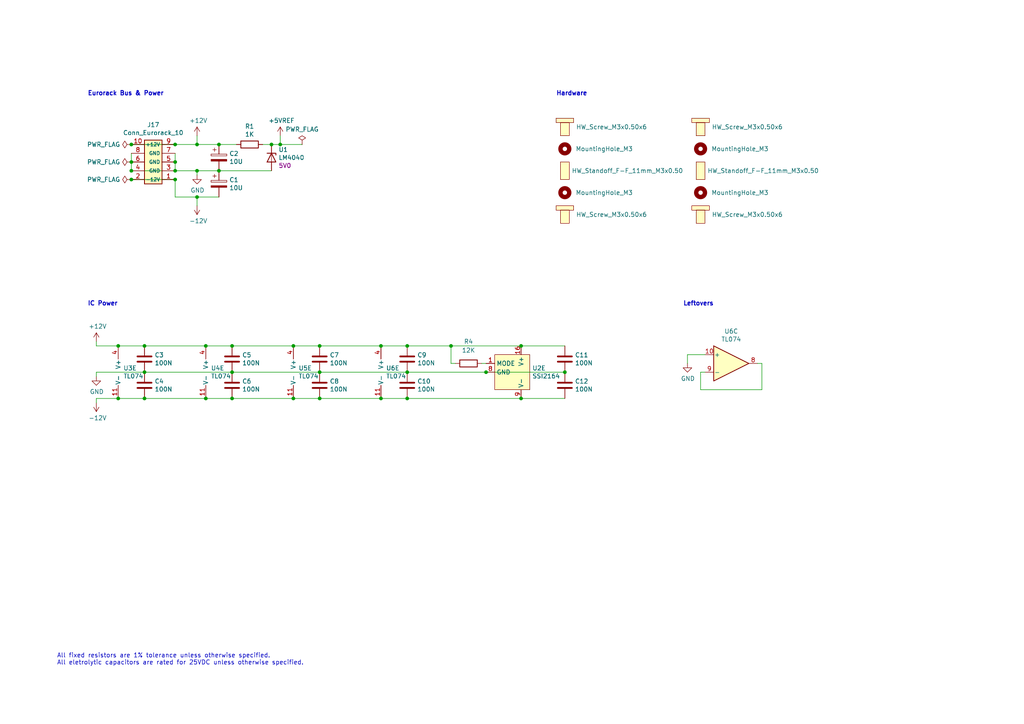
<source format=kicad_sch>
(kicad_sch (version 20211123) (generator eeschema)
  (paper "A4")
  (title_block (title "Power - Eurorack 4XVCA Module") (date "2021-12-24") (rev "1.0") (company "Len Popp") (comment 1 "Copyright © 2021 Len Popp CC BY") (comment 2 "Eurorack quad exponential VCA module - 10HP"))
  (lib_symbols
    (symbol "-lmp-holes:MountingHole_PCB_M3" (pin_names (offset 1.016)) (in_bom no)
      (property "Value" "MountingHole_PCB_M3" (at 0 3.175 0))
      (symbol "MountingHole_PCB_M3_0_1"
        (circle (center 0 0) (radius 1.27) (stroke (width 1.27)))
      )
    )
    (symbol "-lmp-opamp:TL074" (pin_names (offset 0.127))
      (property "Reference" "U" (at 0 5.08 0))
      (property "Value" "TL074" (at 0 -5.08 0))
      (symbol "TL074_1_1"
        (polyline (pts (xy -5.08 5.08) (xy 5.08 0) (xy -5.08 -5.08) (xy -5.08 5.08)) (stroke (width 0.254)) (fill (type background)))
        (pin output line (at 7.62 0 180) (length 2.54) (name "~") (number "1"))
        (pin input line (at -7.62 -2.54 0) (length 2.54) (name "-") (number "2"))
        (pin input line (at -7.62 2.54 0) (length 2.54) (name "+") (number "3"))
      )
      (symbol "TL074_2_1"
        (polyline (pts (xy -5.08 5.08) (xy 5.08 0) (xy -5.08 -5.08) (xy -5.08 5.08)) (stroke (width 0.254)) (fill (type background)))
        (pin input line (at -7.62 2.54 0) (length 2.54) (name "+") (number "5"))
        (pin input line (at -7.62 -2.54 0) (length 2.54) (name "-") (number "6"))
        (pin output line (at 7.62 0 180) (length 2.54) (name "~") (number "7"))
      )
      (symbol "TL074_3_1"
        (polyline (pts (xy -5.08 5.08) (xy 5.08 0) (xy -5.08 -5.08) (xy -5.08 5.08)) (stroke (width 0.254)) (fill (type background)))
        (pin input line (at -7.62 2.54 0) (length 2.54) (name "+") (number "10"))
        (pin output line (at 7.62 0 180) (length 2.54) (name "~") (number "8"))
        (pin input line (at -7.62 -2.54 0) (length 2.54) (name "-") (number "9"))
      )
      (symbol "TL074_4_1"
        (polyline (pts (xy -5.08 5.08) (xy 5.08 0) (xy -5.08 -5.08) (xy -5.08 5.08)) (stroke (width 0.254)) (fill (type background)))
        (pin input line (at -7.62 2.54 0) (length 2.54) (name "+") (number "12"))
        (pin input line (at -7.62 -2.54 0) (length 2.54) (name "-") (number "13"))
        (pin output line (at 7.62 0 180) (length 2.54) (name "~") (number "14"))
      )
      (symbol "TL074_5_1"
        (pin power_in line (at -2.54 -7.62 90) (length 3.81) (name "V-") (number "11"))
        (pin power_in line (at -2.54 7.62 270) (length 3.81) (name "V+") (number "4"))
      )
    )
    (symbol "-lmp-power:+12V" (power) (pin_names (offset 0))
      (property "Value" "+12V" (at 0 3.556 0))
      (symbol "+12V_0_1"
        (polyline (pts (xy -0.762 1.27) (xy 0 2.54)))
        (polyline (pts (xy 0 0) (xy 0 2.54)))
        (polyline (pts (xy 0 2.54) (xy 0.762 1.27)))
      )
      (symbol "+12V_1_1"
        (pin power_in line (at 0 0 90) (length 0) hide (name "+12V") (number "1"))
      )
    )
    (symbol "-lmp-power:+5VREF" (power) (pin_names (offset 0))
      (property "Value" "+5VREF" (at 0 3.556 0))
      (symbol "+5VREF_0_1"
        (polyline (pts (xy -0.762 1.27) (xy 0 2.54)))
        (polyline (pts (xy 0 0) (xy 0 2.54)))
        (polyline (pts (xy 0 2.54) (xy 0.762 1.27)))
      )
      (symbol "+5VREF_1_1"
        (pin power_in line (at 0 0 90) (length 0) hide (name "+5VREF") (number "1"))
      )
    )
    (symbol "-lmp-power:-12V" (power) (pin_names (offset 0))
      (property "Value" "-12V" (at 0 -3.556 0))
      (symbol "-12V_0_1"
        (polyline (pts (xy -0.762 -1.27) (xy 0 -2.54)))
        (polyline (pts (xy 0 -2.54) (xy 0.762 -1.27)))
        (polyline (pts (xy 0 0) (xy 0 -2.54)))
      )
      (symbol "-12V_1_1"
        (pin power_in line (at 0 0 270) (length 0) hide (name "-12V") (number "1"))
      )
    )
    (symbol "-lmp-power:GND" (power) (pin_names (offset 0))
      (property "Value" "GND" (at 0 -3.81 0))
      (symbol "GND_0_1"
        (polyline (pts (xy 0 0) (xy 0 -1.27) (xy 1.27 -1.27) (xy 0 -2.54) (xy -1.27 -1.27) (xy 0 -1.27)))
      )
      (symbol "GND_1_1"
        (pin power_in line (at 0 0 270) (length 0) hide (name "GND") (number "1"))
      )
    )
    (symbol "-lmp-power:PWR_FLAG" (power) (pin_numbers hide) (pin_names (offset 0) hide)
      (property "Value" "PWR_FLAG" (at 0 3.81 0))
      (symbol "PWR_FLAG_0_0"
        (pin power_out line (at 0 0 90) (length 0) (name "pwr") (number "1"))
      )
      (symbol "PWR_FLAG_0_1"
        (polyline (pts (xy 0 0) (xy 0 1.27) (xy -1.016 1.905) (xy 0 2.54) (xy 1.016 1.905) (xy 0 1.27)))
      )
    )
    (symbol "-lmp-regulator:LM4040" (pin_numbers hide) (pin_names (offset 1.016) hide)
      (property "Reference" "U" (at 0 2.54 0))
      (property "Value" "LM4040" (at 0 -2.54 0))
      (property "Value2" "[voltage]" (at 0 -4.572 0))
      (symbol "LM4040_0_1"
        (polyline (pts (xy 1.27 0) (xy -1.27 0)))
        (polyline (pts (xy -1.27 -1.27) (xy -1.27 1.27) (xy -0.762 1.27)) (stroke (width 0.254)))
        (polyline (pts (xy 1.27 -1.27) (xy 1.27 1.27) (xy -1.27 0) (xy 1.27 -1.27)) (stroke (width 0.254)))
      )
      (symbol "LM4040_1_1"
        (pin passive line (at -3.81 0 0) (length 2.54) (name "K") (number "1"))
        (pin passive line (at 3.81 0 180) (length 2.54) (name "A") (number "2"))
      )
    )
    (symbol "-lmp-synth:CP_10U" (pin_numbers hide) (pin_names (offset 0.254))
      (property "Reference" "C" (at 0.635 2.54 0))
      (property "Value" "CP_10U" (at 0.635 -2.54 0))
      (symbol "CP_10U_0_1"
        (rectangle (start -2.286 0.508) (end 2.286 1.016))
        (polyline (pts (xy -1.778 2.286) (xy -0.762 2.286)))
        (polyline (pts (xy -1.27 2.794) (xy -1.27 1.778)))
        (rectangle (start 2.286 -0.508) (end -2.286 -1.016) (fill (type outline)))
      )
      (symbol "CP_10U_1_1"
        (pin passive line (at 0 3.81 270) (length 2.794) (name "~") (number "1"))
        (pin passive line (at 0 -3.81 90) (length 2.794) (name "~") (number "2"))
      )
    )
    (symbol "-lmp-synth:Conn_Eurorack_Pwr_10"
      (property "Reference" "J" (at 1.27 7.62 0))
      (property "Value" "Conn_Eurorack_Pwr_10" (at 1.27 -7.62 0))
      (symbol "Conn_Eurorack_Pwr_10_1_1"
        (rectangle (start 3.81 -6.35) (end -1.27 6.35) (stroke (width 0.254)) (fill (type background)))
        (pin power_in line (at 7.62 -5.08 180) (length 3.81) (name "-12V") (number "1"))
        (pin power_in line (at -5.08 5.08 0) (length 3.81) (name "~") (number "10"))
        (pin power_in line (at -5.08 -5.08 0) (length 3.81) (name "~") (number "2"))
        (pin power_in line (at 7.62 -2.54 180) (length 3.81) (name "GND") (number "3"))
        (pin power_in line (at -5.08 -2.54 0) (length 3.81) (name "~") (number "4"))
        (pin power_in line (at 7.62 0 180) (length 3.81) (name "GND") (number "5"))
        (pin power_in line (at -5.08 0 0) (length 3.81) (name "~") (number "6"))
        (pin power_in line (at 7.62 2.54 180) (length 3.81) (name "GND") (number "7"))
        (pin power_in line (at -5.08 2.54 0) (length 3.81) (name "~") (number "8"))
        (pin power_in line (at 7.62 5.08 180) (length 3.81) (name "+12V") (number "9"))
      )
    )
    (symbol "-lmp-synth:HW_Screw_M3x0.50x6" (pin_names (offset 1.016)) (on_board no)
      (property "Value" "HW_Screw_M3x0.50x6" (at 0 -5.08 0))
      (symbol "HW_Screw_M3x0.50x6_0_1"
        (rectangle (start -2.54 1.27) (end 2.54 2.54) (fill (type background)))
        (rectangle (start -1.27 1.27) (end 1.27 -2.54) (fill (type background)))
      )
    )
    (symbol "-lmp-synth:HW_Standoff_F-F_11mm_M3x0.50" (pin_names (offset 1.016)) (on_board no)
      (property "Value" "HW_Standoff_F-F_11mm_M3x0.50" (at 0 -3.81 0))
      (symbol "HW_Standoff_F-F_11mm_M3x0.50_0_1"
        (rectangle (start -1.27 2.54) (end 1.27 -2.54) (fill (type background)))
      )
    )
    (symbol "-lmp-synth:SSI2164"
      (property "Reference" "U" (at 5.08 3.81 0))
      (property "Value" "SSI2164" (at 5.08 1.905 0))
      (symbol "SSI2164_1_1"
        (polyline (pts (xy -5.08 5.08) (xy -1.27 -5.08)) (stroke (width 0.254)))
        (polyline (pts (xy -1.27 5.08) (xy -5.08 -5.08)) (stroke (width 0.254)))
        (polyline (pts (xy 0 3.81) (xy 0 3.81)))
        (polyline (pts (xy -1.27 5.08) (xy -5.08 5.08) (xy -5.08 -5.08) (xy -1.27 -5.08)) (stroke (width 0.254)) (fill (type background)))
        (polyline (pts (xy -1.27 5.08) (xy 7.62 0) (xy -1.27 -5.08) (xy -1.27 5.08)) (stroke (width 0.254)) (fill (type background)))
        (pin input line (at -7.62 0 0) (length 2.54) (name "IN1") (number "2"))
        (pin input line (at 0 -7.62 90) (length 3.302) (name "VC1") (number "3"))
        (pin output line (at 10.16 0 180) (length 2.54) (name "OUT1") (number "4"))
      )
      (symbol "SSI2164_2_1"
        (polyline (pts (xy -5.08 5.08) (xy -1.27 -5.08)) (stroke (width 0.254)))
        (polyline (pts (xy -1.27 5.08) (xy -5.08 -5.08)) (stroke (width 0.254)))
        (polyline (pts (xy -1.27 5.08) (xy -5.08 5.08) (xy -5.08 -5.08) (xy -1.27 -5.08)) (stroke (width 0.254)) (fill (type background)))
        (polyline (pts (xy -1.27 5.08) (xy 7.62 0) (xy -1.27 -5.08) (xy -1.27 5.08)) (stroke (width 0.254)) (fill (type background)))
        (pin output line (at 10.16 0 180) (length 2.54) (name "OUT2") (number "5"))
        (pin input line (at 0 -7.62 90) (length 3.302) (name "VC2") (number "6"))
        (pin input line (at -7.62 0 0) (length 2.54) (name "IN2") (number "7"))
      )
      (symbol "SSI2164_3_1"
        (polyline (pts (xy -5.08 5.08) (xy -1.27 -5.08)) (stroke (width 0.254)))
        (polyline (pts (xy -1.27 5.08) (xy -5.08 -5.08)) (stroke (width 0.254)))
        (polyline (pts (xy -1.27 5.08) (xy -5.08 5.08) (xy -5.08 -5.08) (xy -1.27 -5.08)) (stroke (width 0.254)) (fill (type background)))
        (polyline (pts (xy -1.27 5.08) (xy 7.62 0) (xy -1.27 -5.08) (xy -1.27 5.08)) (stroke (width 0.254)) (fill (type background)))
        (pin input line (at -7.62 0 0) (length 2.54) (name "IN3") (number "10"))
        (pin input line (at 0 -7.62 90) (length 3.302) (name "VC3") (number "11"))
        (pin output line (at 10.16 0 180) (length 2.54) (name "OUT3") (number "12"))
      )
      (symbol "SSI2164_4_1"
        (polyline (pts (xy -5.08 5.08) (xy -1.27 -5.08)) (stroke (width 0.254)))
        (polyline (pts (xy -1.27 5.08) (xy -5.08 -5.08)) (stroke (width 0.254)))
        (polyline (pts (xy -1.27 5.08) (xy -5.08 5.08) (xy -5.08 -5.08) (xy -1.27 -5.08)) (stroke (width 0.254)) (fill (type background)))
        (polyline (pts (xy -1.27 5.08) (xy 7.62 0) (xy -1.27 -5.08) (xy -1.27 5.08)) (stroke (width 0.254)) (fill (type background)))
        (pin output line (at 10.16 0 180) (length 2.54) (name "OUT4") (number "13"))
        (pin input line (at 0 -7.62 90) (length 3.302) (name "VC4") (number "14"))
        (pin input line (at -7.62 0 0) (length 2.54) (name "IN4") (number "15"))
      )
      (symbol "SSI2164_5_1"
        (polyline (pts (xy -5.08 5.08) (xy 5.08 5.08) (xy 5.08 -5.08) (xy -5.08 -5.08) (xy -5.08 5.08)) (fill (type background)))
        (pin input line (at -7.62 2.54 0) (length 2.54) (name "MODE") (number "1"))
        (pin power_in line (at 2.54 7.62 270) (length 2.54) (name "V+") (number "16"))
        (pin power_in line (at -7.62 0 0) (length 2.54) (name "GND") (number "8"))
        (pin power_in line (at 2.54 -7.62 90) (length 2.54) (name "V-") (number "9"))
      )
    )
    (symbol "-lmp:CC_100N" (pin_numbers hide) (pin_names (offset 0.254))
      (property "Reference" "C" (at 0.635 2.54 0))
      (property "Value" "CC_100N" (at 0.635 -2.54 0))
      (symbol "CC_100N_0_1"
        (polyline (pts (xy -2.032 -0.762) (xy 2.032 -0.762)) (stroke (width 0.508)))
        (polyline (pts (xy -2.032 0.762) (xy 2.032 0.762)) (stroke (width 0.508)))
      )
      (symbol "CC_100N_1_1"
        (pin passive line (at 0 3.81 270) (length 2.794) (name "~") (number "1"))
        (pin passive line (at 0 -3.81 90) (length 2.794) (name "~") (number "2"))
      )
    )
    (symbol "-lmp:R_1%_0W166" (pin_numbers hide) (pin_names (offset 0))
      (property "Reference" "R" (at -2.286 0 90))
      (property "Value" "R_1%_0W166" (at 2.413 0 90))
      (symbol "R_1%_0W166_0_1"
        (rectangle (start -1.016 -2.54) (end 1.016 2.54) (stroke (width 0.254)))
      )
      (symbol "R_1%_0W166_1_1"
        (pin passive line (at 0 3.81 270) (length 1.27) (name "~") (number "1"))
        (pin passive line (at 0 -3.81 90) (length 1.27) (name "~") (number "2"))
      )
    )
  )
  (junction (at 38.1 46.99))
  (junction (at 34.29 115.57))
  (junction (at 81.28 41.91))
  (junction (at 151.13 115.57))
  (junction (at 38.1 41.91))
  (junction (at 57.15 49.53))
  (junction (at 118.11 100.33))
  (junction (at 38.1 52.07))
  (junction (at 59.69 100.33))
  (junction (at 63.5 49.53))
  (junction (at 50.8 46.99))
  (junction (at 67.31 100.33))
  (junction (at 38.1 49.53))
  (junction (at 140.97 107.95))
  (junction (at 151.13 100.33))
  (junction (at 78.74 41.91))
  (junction (at 118.11 115.57))
  (junction (at 67.31 107.95))
  (junction (at 57.15 57.15))
  (junction (at 41.91 107.95))
  (junction (at 59.69 115.57))
  (junction (at 92.71 100.33))
  (junction (at 41.91 100.33))
  (junction (at 85.09 115.57))
  (junction (at 63.5 41.91))
  (junction (at 118.11 107.95))
  (junction (at 163.83 107.95))
  (junction (at 34.29 100.33))
  (junction (at 67.31 115.57))
  (junction (at 110.49 100.33))
  (junction (at 130.81 100.33))
  (junction (at 50.8 41.91))
  (junction (at 92.71 115.57))
  (junction (at 41.91 115.57))
  (junction (at 85.09 100.33))
  (junction (at 110.49 115.57))
  (junction (at 50.8 49.53))
  (junction (at 92.71 107.95))
  (junction (at 57.15 41.91))
  (junction (at 50.8 52.07))
  (wire (pts (xy 38.1 49.53) (xy 50.8 49.53)))
  (wire (pts (xy 41.91 115.57) (xy 59.69 115.57)))
  (wire (pts (xy 57.15 41.91) (xy 57.15 39.37)))
  (wire (pts (xy 199.39 102.87) (xy 204.47 102.87)))
  (wire (pts (xy 110.49 115.57) (xy 118.11 115.57)))
  (wire (pts (xy 57.15 59.69) (xy 57.15 57.15)))
  (wire (pts (xy 78.74 41.91) (xy 81.28 41.91)))
  (wire (pts (xy 63.5 49.53) (xy 78.74 49.53)))
  (wire (pts (xy 41.91 100.33) (xy 59.69 100.33)))
  (wire (pts (xy 57.15 49.53) (xy 50.8 49.53)))
  (wire (pts (xy 34.29 115.57) (xy 27.94 115.57)))
  (wire (pts (xy 130.81 105.41) (xy 130.81 100.33)))
  (wire (pts (xy 85.09 115.57) (xy 92.71 115.57)))
  (wire (pts (xy 27.94 100.33) (xy 27.94 99.06)))
  (wire (pts (xy 38.1 52.07) (xy 50.8 52.07)))
  (wire (pts (xy 132.08 105.41) (xy 130.81 105.41)))
  (wire (pts (xy 203.2 113.03) (xy 203.2 107.95)))
  (wire (pts (xy 85.09 100.33) (xy 92.71 100.33)))
  (wire (pts (xy 92.71 100.33) (xy 110.49 100.33)))
  (wire (pts (xy 140.97 107.95) (xy 163.83 107.95)))
  (wire (pts (xy 199.39 105.41) (xy 199.39 102.87)))
  (wire (pts (xy 50.8 57.15) (xy 57.15 57.15)))
  (wire (pts (xy 139.7 105.41) (xy 140.97 105.41)))
  (wire (pts (xy 27.94 107.95) (xy 41.91 107.95)))
  (wire (pts (xy 27.94 100.33) (xy 34.29 100.33)))
  (wire (pts (xy 59.69 100.33) (xy 67.31 100.33)))
  (wire (pts (xy 57.15 57.15) (xy 63.5 57.15)))
  (wire (pts (xy 110.49 100.33) (xy 118.11 100.33)))
  (wire (pts (xy 57.15 49.53) (xy 63.5 49.53)))
  (wire (pts (xy 76.2 41.91) (xy 78.74 41.91)))
  (wire (pts (xy 38.1 44.45) (xy 38.1 46.99)))
  (wire (pts (xy 118.11 100.33) (xy 130.81 100.33)))
  (wire (pts (xy 41.91 107.95) (xy 67.31 107.95)))
  (wire (pts (xy 81.28 39.37) (xy 81.28 41.91)))
  (wire (pts (xy 57.15 41.91) (xy 63.5 41.91)))
  (wire (pts (xy 92.71 107.95) (xy 118.11 107.95)))
  (wire (pts (xy 92.71 107.95) (xy 67.31 107.95)))
  (wire (pts (xy 118.11 115.57) (xy 151.13 115.57)))
  (wire (pts (xy 38.1 46.99) (xy 38.1 49.53)))
  (wire (pts (xy 27.94 107.95) (xy 27.94 109.22)))
  (wire (pts (xy 220.98 113.03) (xy 203.2 113.03)))
  (wire (pts (xy 220.98 105.41) (xy 220.98 113.03)))
  (wire (pts (xy 67.31 115.57) (xy 85.09 115.57)))
  (wire (pts (xy 118.11 107.95) (xy 140.97 107.95)))
  (wire (pts (xy 151.13 100.33) (xy 163.83 100.33)))
  (wire (pts (xy 67.31 100.33) (xy 85.09 100.33)))
  (wire (pts (xy 57.15 49.53) (xy 57.15 50.8)))
  (wire (pts (xy 57.15 41.91) (xy 50.8 41.91)))
  (wire (pts (xy 50.8 46.99) (xy 50.8 49.53)))
  (wire (pts (xy 130.81 100.33) (xy 151.13 100.33)))
  (wire (pts (xy 50.8 44.45) (xy 50.8 46.99)))
  (wire (pts (xy 50.8 52.07) (xy 50.8 57.15)))
  (wire (pts (xy 81.28 41.91) (xy 87.63 41.91)))
  (wire (pts (xy 59.69 115.57) (xy 67.31 115.57)))
  (wire (pts (xy 34.29 100.33) (xy 41.91 100.33)))
  (wire (pts (xy 34.29 115.57) (xy 41.91 115.57)))
  (wire (pts (xy 151.13 115.57) (xy 163.83 115.57)))
  (wire (pts (xy 219.71 105.41) (xy 220.98 105.41)))
  (wire (pts (xy 203.2 107.95) (xy 204.47 107.95)))
  (wire (pts (xy 50.8 41.91) (xy 38.1 41.91)))
  (wire (pts (xy 92.71 115.57) (xy 110.49 115.57)))
  (wire (pts (xy 63.5 41.91) (xy 68.58 41.91)))
  (wire (pts (xy 27.94 116.84) (xy 27.94 115.57)))
  (text "IC Power" (at 25.4 88.9 0) (effects (font (size 1.27 1.27) (thickness 0.254) bold) (justify left bottom)))
  (text "Leftovers" (at 198.12 88.9 0) (effects (font (size 1.27 1.27) (thickness 0.254) bold) (justify left bottom)))
  (text "Eurorack Bus & Power" (at 25.4 27.94 0) (effects (font (size 1.27 1.27) (thickness 0.254) bold) (justify left bottom)))
  (text "All fixed resistors are 1% tolerance unless otherwise specified.\nAll eletrolytic capacitors are rated for 25VDC unless otherwise specified." (at 16.51 193.04 0) (effects (font (size 1.27 1.27)) (justify left bottom)))
  (text "Hardware" (at 161.29 27.94 0) (effects (font (size 1.27 1.27) (thickness 0.254) bold) (justify left bottom)))
  (symbol (lib_id "-lmp-synth:Conn_Eurorack_Pwr_10") (at 43.18 46.99 0) (unit 1)
    (property "Reference" "J17" (at 44.45 36.195 0))
    (property "Value" "Conn_Eurorack_10" (at 44.45 38.5064 0))
    (property "Footprint" "-lmp-synth:IDC-Header-Eurorack-10-TH" (effects hide))
    (property "Datasheet" "https://www.mouser.ca/datasheet/2/445/61201021621-1717731.pdf" (effects hide))
    (property "Manufacturer" "Wurth Elektronik" (effects hide))
    (property "ManufacturerPartNum" "61201021621" (effects hide))
    (property "Distributor" "Mouser" (effects hide))
    (property "DistributorPartNum" "710-61201021621" (effects hide))
    (property "DistributorPartLink" "https://www.mouser.ca/ProductDetail/Wurth-Elektronik/61201021621?qs=%2Fha2pyFadugkhyfdWLPRIwz9kroMfF%252BXZWEETFcVSqiQRaqHzEC2RQ%3D%3D" (effects hide))
  )
  (symbol (lib_id "-lmp-power:-12V") (at 57.15 59.69 0) (unit 1)
    (property "Reference" "#PWR0121" (effects hide))
    (property "Value" "-12V" (at 57.531 64.0842 0))
  )
  (symbol (lib_id "-lmp-holes:MountingHole_PCB_M3") (at 163.83 43.18 0) (unit 1) (in_bom no)
    (property "Reference" "H2" (effects hide))
    (property "Value" "MountingHole_M3" (at 175.26 43.18 0))
    (property "Footprint" "-lmp-holes:MountingHole_PCB_3.2mm_M3" (effects hide))
  )
  (symbol (lib_id "-lmp-power:+5VREF") (at 81.28 39.37 0) (unit 1)
    (property "Reference" "#PWR03" (effects hide))
    (property "Value" "+5VREF" (at 81.661 34.9758 0))
  )
  (symbol (lib_id "-lmp-power:+12V") (at 27.94 99.06 0) (unit 1)
    (property "Reference" "#PWR0106" (effects hide))
    (property "Value" "+12V" (at 28.321 94.6658 0))
  )
  (symbol (lib_id "-lmp-power:PWR_FLAG") (at 38.1 46.99 90) (unit 1)
    (property "Reference" "#FLG0110" (effects hide))
    (property "Value" "PWR_FLAG" (at 34.8742 46.99 90) (effects (justify left)))
  )
  (symbol (lib_id "-lmp-power:PWR_FLAG") (at 38.1 52.07 90) (unit 1)
    (property "Reference" "#FLG0109" (effects hide))
    (property "Value" "PWR_FLAG" (at 34.8742 52.07 90) (effects (justify left)))
  )
  (symbol (lib_id "-lmp-synth:CP_10U") (at 63.5 45.72 0) (unit 1)
    (property "Reference" "C2" (at 66.4972 44.5516 0) (effects (justify left)))
    (property "Value" "10U" (at 66.4972 46.863 0) (effects (justify left)))
    (property "Footprint" "-lmp-misc:CP_Radial_D5.0mm_P2.50mm" (effects hide))
    (property "Datasheet" "https://industrial.panasonic.com/cdbs/www-data/pdf/RDF0000/ABA0000C1209.pdf" (effects hide))
    (property "Manufacturer" "Panasonic" (effects hide))
    (property "ManufacturerPartNum" "EEA-FC1E100" (effects hide))
    (property "Distributor" "Mouser" (effects hide))
    (property "DistributorPartNum" "667-EEA-FC1E100" (effects hide))
    (property "DistributorPartLink" "https://www.mouser.ca/ProductDetail/Panasonic/EEA-FC1E100?qs=nLJruSqDb94EJwiFQJd4iw%3D%3D" (effects hide))
    (property "Value2" "25 VDC" (effects hide))
    (property "Note" "12 V decoupling" (effects hide))
  )
  (symbol (lib_id "-lmp-synth:CP_10U") (at 63.5 53.34 0) (unit 1)
    (property "Reference" "C1" (at 66.4972 52.1716 0) (effects (justify left)))
    (property "Value" "10U" (at 66.4972 54.483 0) (effects (justify left)))
    (property "Footprint" "-lmp-misc:CP_Radial_D5.0mm_P2.50mm" (effects hide))
    (property "Datasheet" "https://industrial.panasonic.com/cdbs/www-data/pdf/RDF0000/ABA0000C1209.pdf" (effects hide))
    (property "Manufacturer" "Panasonic" (effects hide))
    (property "ManufacturerPartNum" "EEA-FC1E100" (effects hide))
    (property "Distributor" "Mouser" (effects hide))
    (property "DistributorPartNum" "667-EEA-FC1E100" (effects hide))
    (property "DistributorPartLink" "https://www.mouser.ca/ProductDetail/Panasonic/EEA-FC1E100?qs=nLJruSqDb94EJwiFQJd4iw%3D%3D" (effects hide))
    (property "Note" "12 V decoupling" (effects hide))
    (property "Value2" "25 VDC" (effects hide))
  )
  (symbol (lib_id "-lmp-power:GND") (at 57.15 50.8 0) (unit 1)
    (property "Reference" "#PWR0120" (effects hide))
    (property "Value" "GND" (at 57.277 55.1942 0))
  )
  (symbol (lib_id "-lmp-power:+12V") (at 57.15 39.37 0) (unit 1)
    (property "Reference" "#PWR0119" (effects hide))
    (property "Value" "+12V" (at 57.531 34.9758 0))
  )
  (symbol (lib_id "-lmp-power:PWR_FLAG") (at 38.1 41.91 90) (unit 1)
    (property "Reference" "#FLG01" (effects hide))
    (property "Value" "PWR_FLAG" (at 34.8742 41.91 90) (effects (justify left)))
  )
  (symbol (lib_id "-lmp-holes:MountingHole_PCB_M3") (at 163.83 55.88 0) (unit 1) (in_bom no)
    (property "Reference" "H4" (effects hide))
    (property "Value" "MountingHole_M3" (at 175.26 55.88 0))
    (property "Footprint" "-lmp-holes:MountingHole_PCB_3.2mm_M3" (effects hide))
  )
  (symbol (lib_id "-lmp-synth:SSI2164") (at 148.59 107.95 0) (unit 5)
    (property "Reference" "U2" (at 154.3812 106.7816 0) (effects (justify left)))
    (property "Value" "SSI2164" (at 154.3812 109.093 0) (effects (justify left)))
    (property "Footprint" "-lmp-breakout:Breakout_DIP-16_W15.24mm" (effects hide))
    (property "Datasheet" "http://soundsemiconductor.com/downloads/ssi2164datasheet.pdf" (effects hide))
    (property "Manufacturer" "Sound Semiconductor" (effects hide))
    (property "ManufacturerPartNum" "SSI2164" (effects hide))
    (property "Distributor" "Synthcube" (effects hide))
    (property "DistributorPartNum" "ICNSSI2164SMT" (effects hide))
    (property "DistributorPartLink" "https://synthcube.com/cart/sound-semiconductor-ssi2164-fatkeys-quad-voltage-controlled-amplifier?search=ssi2164&description=true" (effects hide))
    (property "Distributor2" "Antique Electronic Supply" (effects hide))
    (property "DistributorPartNum2" "P-Q-SSI2164" (effects hide))
    (property "DistributorPartLink2" "https://www.tubesandmore.com/products/integrated-circuit-ssi2164-quad-vca-sound-semiconductor" (effects hide))
  )
  (symbol (lib_id "-lmp:R_1%_0W166") (at 135.89 105.41 270) (unit 1)
    (property "Reference" "R4" (at 135.89 99.06 90))
    (property "Value" "12K" (at 135.89 101.6 90))
    (property "Footprint" "-lmp-misc:R_Axial_DIN0207_L6.3mm_D2.5mm_P7.62mm_Horizontal" (effects hide))
    (property "Datasheet" "https://www.mouser.ca/datasheet/2/447/Yageo_LR_MFR_1-1714151.pdf" (effects hide))
    (property "Manufacturer" "YAGEO" (effects hide))
    (property "ManufacturerPartNum" "MFR-12FTF52-12K" (effects hide))
    (property "Distributor" "Mouser" (effects hide))
    (property "DistributorPartNum" "603-MFR-12FTF52-12K" (effects hide))
    (property "DistributorPartLink" "https://www.mouser.ca/ProductDetail/603-MFR-12FTF52-12K" (effects hide))
    (property "Value2" "1%, 1/6 W" (effects hide))
  )
  (symbol (lib_id "-lmp:CC_100N") (at 41.91 104.14 0) (unit 1)
    (property "Reference" "C3" (at 44.831 102.9716 0) (effects (justify left)))
    (property "Value" "100N" (at 44.831 105.283 0) (effects (justify left)))
    (property "Footprint" "-lmp-misc:C_Disc_D5.0mm_W2.5mm_P2.50mm" (effects hide))
    (property "Datasheet" "https://product.tdk.com/system/files/dam/doc/product/capacitor/ceramic/lead-mlcc/catalog/leadmlcc_halogenfree_fg_en.pdf" (effects hide))
    (property "Manufacturer" "TDK" (effects hide))
    (property "ManufacturerPartNum" "FG18X7R1H104KNT06" (effects hide))
    (property "Distributor" "Mouser" (effects hide))
    (property "DistributorPartNum" "810-FG18X7R1H104KNT6" (effects hide))
    (property "DistributorPartLink" "https://www.mouser.ca/ProductDetail/810-FG18X7R1H104KNT6" (effects hide))
    (property "Note" "IC decoupling" (effects hide))
  )
  (symbol (lib_id "-lmp:CC_100N") (at 41.91 111.76 0) (unit 1)
    (property "Reference" "C4" (at 44.831 110.5916 0) (effects (justify left)))
    (property "Value" "100N" (at 44.831 112.903 0) (effects (justify left)))
    (property "Footprint" "-lmp-misc:C_Disc_D5.0mm_W2.5mm_P2.50mm" (effects hide))
    (property "Datasheet" "https://product.tdk.com/system/files/dam/doc/product/capacitor/ceramic/lead-mlcc/catalog/leadmlcc_halogenfree_fg_en.pdf" (effects hide))
    (property "Manufacturer" "TDK" (effects hide))
    (property "ManufacturerPartNum" "FG18X7R1H104KNT06" (effects hide))
    (property "Distributor" "Mouser" (effects hide))
    (property "DistributorPartNum" "810-FG18X7R1H104KNT6" (effects hide))
    (property "DistributorPartLink" "https://www.mouser.ca/ProductDetail/810-FG18X7R1H104KNT6" (effects hide))
    (property "Note" "IC decoupling" (effects hide))
  )
  (symbol (lib_id "-lmp-power:-12V") (at 27.94 116.84 0) (unit 1)
    (property "Reference" "#PWR0103" (effects hide))
    (property "Value" "-12V" (at 28.321 121.2342 0))
  )
  (symbol (lib_id "-lmp-power:GND") (at 27.94 109.22 0) (unit 1)
    (property "Reference" "#PWR0104" (effects hide))
    (property "Value" "GND" (at 28.067 113.6142 0))
  )
  (symbol (lib_id "-lmp-opamp:TL074") (at 36.83 107.95 0) (unit 5)
    (property "Reference" "U3" (at 35.7632 106.7816 0) (effects (justify left)))
    (property "Value" "TL074" (at 35.7632 109.093 0) (effects (justify left)))
    (property "Footprint" "-lmp-misc:DIP-14_W7.62mm_LongPads" (effects hide))
    (property "Datasheet" "http://www.ti.com/lit/ds/symlink/tl071.pdf" (effects hide))
    (property "Manufacturer" "Texas Instruments" (effects hide))
    (property "ManufacturerPartNum" "TL074BCN" (effects hide))
    (property "Distributor" "Mouser" (effects hide))
    (property "DistributorPartNum" "595-TL074BCN" (effects hide))
    (property "DistributorPartLink" "https://www.mouser.ca/ProductDetail/?qs=vxEfx8VrU7BHurOY5iQdiA%3D%3D" (effects hide))
  )
  (symbol (lib_id "-lmp:CC_100N") (at 67.31 104.14 0) (unit 1)
    (property "Reference" "C5" (at 70.231 102.9716 0) (effects (justify left)))
    (property "Value" "100N" (at 70.231 105.283 0) (effects (justify left)))
    (property "Footprint" "-lmp-misc:C_Disc_D5.0mm_W2.5mm_P2.50mm" (effects hide))
    (property "Datasheet" "https://product.tdk.com/system/files/dam/doc/product/capacitor/ceramic/lead-mlcc/catalog/leadmlcc_halogenfree_fg_en.pdf" (effects hide))
    (property "Manufacturer" "TDK" (effects hide))
    (property "ManufacturerPartNum" "FG18X7R1H104KNT06" (effects hide))
    (property "Distributor" "Mouser" (effects hide))
    (property "DistributorPartNum" "810-FG18X7R1H104KNT6" (effects hide))
    (property "DistributorPartLink" "https://www.mouser.ca/ProductDetail/810-FG18X7R1H104KNT6" (effects hide))
    (property "Note" "IC decoupling" (effects hide))
  )
  (symbol (lib_id "-lmp:CC_100N") (at 67.31 111.76 0) (unit 1)
    (property "Reference" "C6" (at 70.231 110.5916 0) (effects (justify left)))
    (property "Value" "100N" (at 70.231 112.903 0) (effects (justify left)))
    (property "Footprint" "-lmp-misc:C_Disc_D5.0mm_W2.5mm_P2.50mm" (effects hide))
    (property "Datasheet" "https://product.tdk.com/system/files/dam/doc/product/capacitor/ceramic/lead-mlcc/catalog/leadmlcc_halogenfree_fg_en.pdf" (effects hide))
    (property "Manufacturer" "TDK" (effects hide))
    (property "ManufacturerPartNum" "FG18X7R1H104KNT06" (effects hide))
    (property "Distributor" "Mouser" (effects hide))
    (property "DistributorPartNum" "810-FG18X7R1H104KNT6" (effects hide))
    (property "DistributorPartLink" "https://www.mouser.ca/ProductDetail/810-FG18X7R1H104KNT6" (effects hide))
    (property "Note" "IC decoupling" (effects hide))
  )
  (symbol (lib_id "-lmp-opamp:TL074") (at 62.23 107.95 0) (unit 5)
    (property "Reference" "U4" (at 61.1632 106.7816 0) (effects (justify left)))
    (property "Value" "TL074" (at 61.1632 109.093 0) (effects (justify left)))
    (property "Footprint" "-lmp-misc:DIP-14_W7.62mm_LongPads" (effects hide))
    (property "Datasheet" "http://www.ti.com/lit/ds/symlink/tl071.pdf" (effects hide))
    (property "Manufacturer" "Texas Instruments" (effects hide))
    (property "ManufacturerPartNum" "TL074BCN" (effects hide))
    (property "Distributor" "Mouser" (effects hide))
    (property "DistributorPartNum" "595-TL074BCN" (effects hide))
    (property "DistributorPartLink" "https://www.mouser.ca/ProductDetail/?qs=vxEfx8VrU7BHurOY5iQdiA%3D%3D" (effects hide))
  )
  (symbol (lib_id "-lmp:CC_100N") (at 92.71 104.14 0) (unit 1)
    (property "Reference" "C7" (at 95.631 102.9716 0) (effects (justify left)))
    (property "Value" "100N" (at 95.631 105.283 0) (effects (justify left)))
    (property "Footprint" "-lmp-misc:C_Disc_D5.0mm_W2.5mm_P2.50mm" (effects hide))
    (property "Datasheet" "https://product.tdk.com/system/files/dam/doc/product/capacitor/ceramic/lead-mlcc/catalog/leadmlcc_halogenfree_fg_en.pdf" (effects hide))
    (property "Manufacturer" "TDK" (effects hide))
    (property "ManufacturerPartNum" "FG18X7R1H104KNT06" (effects hide))
    (property "Distributor" "Mouser" (effects hide))
    (property "DistributorPartNum" "810-FG18X7R1H104KNT6" (effects hide))
    (property "DistributorPartLink" "https://www.mouser.ca/ProductDetail/810-FG18X7R1H104KNT6" (effects hide))
    (property "Note" "IC decoupling" (effects hide))
  )
  (symbol (lib_id "-lmp:CC_100N") (at 92.71 111.76 0) (unit 1)
    (property "Reference" "C8" (at 95.631 110.5916 0) (effects (justify left)))
    (property "Value" "100N" (at 95.631 112.903 0) (effects (justify left)))
    (property "Footprint" "-lmp-misc:C_Disc_D5.0mm_W2.5mm_P2.50mm" (effects hide))
    (property "Datasheet" "https://product.tdk.com/system/files/dam/doc/product/capacitor/ceramic/lead-mlcc/catalog/leadmlcc_halogenfree_fg_en.pdf" (effects hide))
    (property "Manufacturer" "TDK" (effects hide))
    (property "ManufacturerPartNum" "FG18X7R1H104KNT06" (effects hide))
    (property "Distributor" "Mouser" (effects hide))
    (property "DistributorPartNum" "810-FG18X7R1H104KNT6" (effects hide))
    (property "DistributorPartLink" "https://www.mouser.ca/ProductDetail/810-FG18X7R1H104KNT6" (effects hide))
    (property "Note" "IC decoupling" (effects hide))
  )
  (symbol (lib_id "-lmp:R_1%_0W166") (at 72.39 41.91 270) (unit 1)
    (property "Reference" "R1" (at 72.39 36.6522 90))
    (property "Value" "1K" (at 72.39 38.9636 90))
    (property "Footprint" "-lmp-misc:R_Axial_DIN0207_L6.3mm_D2.5mm_P7.62mm_Horizontal" (effects hide))
    (property "Datasheet" "https://www.mouser.ca/datasheet/2/447/Yageo_LR_MFR_1-1714151.pdf" (effects hide))
    (property "Manufacturer" "YAGEO" (effects hide))
    (property "ManufacturerPartNum" "MFR-12*" (effects hide))
    (property "Distributor" "Mouser" (effects hide))
    (property "DistributorPartNum" "603-MFR-12*" (effects hide))
    (property "DistributorPartLink" "https://www.mouser.ca/c/?m=YAGEO&power+rating=166+mW+(1%2f6+W)&tolerance=1+%25&instock=y" (effects hide))
    (property "Value2" "1%, 1/6 W" (effects hide))
  )
  (symbol (lib_id "-lmp-regulator:LM4040") (at 78.74 45.72 270) (unit 1)
    (property "Reference" "U1" (at 80.772 43.4086 90) (effects (justify left)))
    (property "Value" "LM4040" (at 80.772 45.72 90) (effects (justify left)))
    (property "Footprint" "-lmp-misc:TO-92-2_Wide" (effects hide))
    (property "Datasheet" "https://www.ti.com/lit/ds/symlink/lm4040-n.pdf?ts=1622551591255" (effects hide))
    (property "Value2" "5V0" (at 80.772 48.0314 90) (effects (justify left)))
    (property "Manufacturer" "Texas Instruments" (effects hide))
    (property "ManufacturerPartNum" "LM4040BIZ-5.0/NOPB" (effects hide))
    (property "Distributor" "Mouser" (effects hide))
    (property "DistributorPartLink" "https://www.mouser.ca/ProductDetail/Texas-Instruments/LM4040BIZ-50-NOPB?qs=QbsRYf82W3GLY9MRUWoCeQ%3D%3D" (effects hide))
    (property "DistributorPartNum" "926-LM4040BIZ50NOPB" (effects hide))
  )
  (symbol (lib_id "-lmp-opamp:TL074") (at 87.63 107.95 0) (unit 5)
    (property "Reference" "U5" (at 86.5632 106.7816 0) (effects (justify left)))
    (property "Value" "TL074" (at 86.5632 109.093 0) (effects (justify left)))
    (property "Footprint" "-lmp-misc:DIP-14_W7.62mm_LongPads" (effects hide))
    (property "Datasheet" "http://www.ti.com/lit/ds/symlink/tl071.pdf" (effects hide))
    (property "Manufacturer" "Texas Instruments" (effects hide))
    (property "ManufacturerPartNum" "TL074BCN" (effects hide))
    (property "Distributor" "Mouser" (effects hide))
    (property "DistributorPartNum" "595-TL074BCN" (effects hide))
    (property "DistributorPartLink" "https://www.mouser.ca/ProductDetail/?qs=vxEfx8VrU7BHurOY5iQdiA%3D%3D" (effects hide))
  )
  (symbol (lib_id "-lmp:CC_100N") (at 118.11 104.14 0) (unit 1)
    (property "Reference" "C9" (at 121.031 102.9716 0) (effects (justify left)))
    (property "Value" "100N" (at 121.031 105.283 0) (effects (justify left)))
    (property "Footprint" "-lmp-misc:C_Disc_D5.0mm_W2.5mm_P2.50mm" (effects hide))
    (property "Datasheet" "https://product.tdk.com/system/files/dam/doc/product/capacitor/ceramic/lead-mlcc/catalog/leadmlcc_halogenfree_fg_en.pdf" (effects hide))
    (property "Manufacturer" "TDK" (effects hide))
    (property "ManufacturerPartNum" "FG18X7R1H104KNT06" (effects hide))
    (property "Distributor" "Mouser" (effects hide))
    (property "DistributorPartNum" "810-FG18X7R1H104KNT6" (effects hide))
    (property "DistributorPartLink" "https://www.mouser.ca/ProductDetail/810-FG18X7R1H104KNT6" (effects hide))
    (property "Note" "IC decoupling" (effects hide))
  )
  (symbol (lib_id "-lmp:CC_100N") (at 118.11 111.76 0) (unit 1)
    (property "Reference" "C10" (at 121.031 110.5916 0) (effects (justify left)))
    (property "Value" "100N" (at 121.031 112.903 0) (effects (justify left)))
    (property "Footprint" "-lmp-misc:C_Disc_D5.0mm_W2.5mm_P2.50mm" (effects hide))
    (property "Datasheet" "https://product.tdk.com/system/files/dam/doc/product/capacitor/ceramic/lead-mlcc/catalog/leadmlcc_halogenfree_fg_en.pdf" (effects hide))
    (property "Manufacturer" "TDK" (effects hide))
    (property "ManufacturerPartNum" "FG18X7R1H104KNT06" (effects hide))
    (property "Distributor" "Mouser" (effects hide))
    (property "DistributorPartNum" "810-FG18X7R1H104KNT6" (effects hide))
    (property "DistributorPartLink" "https://www.mouser.ca/ProductDetail/810-FG18X7R1H104KNT6" (effects hide))
    (property "Note" "IC decoupling" (effects hide))
  )
  (symbol (lib_id "-lmp:CC_100N") (at 163.83 111.76 0) (unit 1)
    (property "Reference" "C12" (at 166.751 110.5916 0) (effects (justify left)))
    (property "Value" "100N" (at 166.751 112.903 0) (effects (justify left)))
    (property "Footprint" "-lmp-misc:C_Disc_D5.0mm_W2.5mm_P2.50mm" (effects hide))
    (property "Datasheet" "https://product.tdk.com/system/files/dam/doc/product/capacitor/ceramic/lead-mlcc/catalog/leadmlcc_halogenfree_fg_en.pdf" (effects hide))
    (property "Manufacturer" "TDK" (effects hide))
    (property "ManufacturerPartNum" "FG18X7R1H104KNT06" (effects hide))
    (property "Distributor" "Mouser" (effects hide))
    (property "DistributorPartNum" "810-FG18X7R1H104KNT6" (effects hide))
    (property "DistributorPartLink" "https://www.mouser.ca/ProductDetail/810-FG18X7R1H104KNT6" (effects hide))
    (property "Note" "IC decoupling" (effects hide))
  )
  (symbol (lib_id "-lmp-synth:HW_Standoff_F-F_11mm_M3x0.50") (at 163.83 49.53 0) (unit 1) (on_board no)
    (property "Reference" "H3" (effects hide))
    (property "Value" "HW_Standoff_F-F_11mm_M3x0.50" (at 165.8112 49.53 0) (effects (justify left)))
    (property "Datasheet" "https://www.thonk.co.uk/wp-content/uploads/2018/05/standoff-datasheet.pdf" (effects hide))
    (property "Distributor" "Thonk" (effects hide))
    (property "DistributorPartNum" "Mech_11mm_Standoff_(x10)" (effects hide))
    (property "DistributorPartLink" "https://www.thonk.co.uk/shop/standoffs/" (effects hide))
    (property "Manufacturer" "Ettinger" (effects hide))
    (property "ManufacturerPartNum" "05.03.111" (effects hide))
    (property "Distributor2" "Mouser" (effects hide))
    (property "DistributorPartNum2" "710-970110321" (effects hide))
    (property "DistributorPartLink2" "https://www.mouser.ca/ProductDetail/Wurth-Elektronik/970110321?qs=wr8lucFkNMUs0IWSCWTB3w%3D%3D" (effects hide))
  )
  (symbol (lib_id "-lmp-holes:MountingHole_PCB_M3") (at 203.2 43.18 0) (unit 1) (in_bom no)
    (property "Reference" "H7" (effects hide))
    (property "Value" "MountingHole_M3" (at 214.63 43.18 0))
    (property "Footprint" "-lmp-holes:MountingHole_PCB_3.2mm_M3" (effects hide))
  )
  (symbol (lib_id "-lmp-holes:MountingHole_PCB_M3") (at 203.2 55.88 0) (unit 1) (in_bom no)
    (property "Reference" "H9" (effects hide))
    (property "Value" "MountingHole_M3" (at 214.63 55.88 0))
    (property "Footprint" "-lmp-holes:MountingHole_PCB_3.2mm_M3" (effects hide))
  )
  (symbol (lib_id "-lmp-synth:HW_Screw_M3x0.50x6") (at 203.2 36.83 0) (unit 1) (on_board no)
    (property "Reference" "H6" (effects hide))
    (property "Value" "HW_Screw_M3x0.50x6" (at 206.4512 36.83 0) (effects (justify left)))
  )
  (symbol (lib_id "-lmp-synth:HW_Screw_M3x0.50x6") (at 203.2 62.23 0) (unit 1) (on_board no)
    (property "Reference" "H10" (effects hide))
    (property "Value" "HW_Screw_M3x0.50x6" (at 206.4512 62.23 0) (effects (justify left)))
  )
  (symbol (lib_id "-lmp-synth:HW_Screw_M3x0.50x6") (at 163.83 36.83 0) (unit 1) (on_board no)
    (property "Reference" "H1" (effects hide))
    (property "Value" "HW_Screw_M3x0.50x6" (at 167.0812 36.83 0) (effects (justify left)))
  )
  (symbol (lib_id "-lmp-synth:HW_Screw_M3x0.50x6") (at 163.83 62.23 0) (unit 1) (on_board no)
    (property "Reference" "H5" (effects hide))
    (property "Value" "HW_Screw_M3x0.50x6" (at 167.0812 62.23 0) (effects (justify left)))
  )
  (symbol (lib_id "-lmp-opamp:TL074") (at 212.09 105.41 0) (unit 3)
    (property "Reference" "U6" (at 212.09 96.0882 0))
    (property "Value" "TL074" (at 212.09 98.3996 0))
    (property "Footprint" "-lmp-misc:DIP-14_W7.62mm_LongPads" (effects hide))
    (property "Datasheet" "http://www.ti.com/lit/ds/symlink/tl071.pdf" (effects hide))
    (property "Manufacturer" "Texas Instruments" (effects hide))
    (property "ManufacturerPartNum" "TL074BCN" (effects hide))
    (property "Distributor" "Mouser" (effects hide))
    (property "DistributorPartNum" "595-TL074BCN" (effects hide))
    (property "DistributorPartLink" "https://www.mouser.ca/ProductDetail/?qs=vxEfx8VrU7BHurOY5iQdiA%3D%3D" (effects hide))
  )
  (symbol (lib_id "-lmp-power:GND") (at 199.39 105.41 0) (unit 1)
    (property "Reference" "#PWR019" (effects hide))
    (property "Value" "GND" (at 199.517 109.8042 0))
  )
  (symbol (lib_id "-lmp-power:PWR_FLAG") (at 87.63 41.91 0) (unit 1)
    (property "Reference" "#FLG0101" (effects hide))
    (property "Value" "PWR_FLAG" (at 87.63 37.5158 0))
  )
  (symbol (lib_id "-lmp-opamp:TL074") (at 113.03 107.95 0) (unit 5)
    (property "Reference" "U6" (at 111.9632 106.7816 0) (effects (justify left)))
    (property "Value" "TL074" (at 111.9632 109.093 0) (effects (justify left)))
    (property "Footprint" "-lmp-misc:DIP-14_W7.62mm_LongPads" (effects hide))
    (property "Datasheet" "http://www.ti.com/lit/ds/symlink/tl071.pdf" (effects hide))
    (property "Manufacturer" "Texas Instruments" (effects hide))
    (property "ManufacturerPartNum" "TL074BCN" (effects hide))
    (property "Distributor" "Mouser" (effects hide))
    (property "DistributorPartNum" "595-TL074BCN" (effects hide))
    (property "DistributorPartLink" "https://www.mouser.ca/ProductDetail/?qs=vxEfx8VrU7BHurOY5iQdiA%3D%3D" (effects hide))
  )
  (symbol (lib_id "-lmp:CC_100N") (at 163.83 104.14 0) (unit 1)
    (property "Reference" "C11" (at 166.751 102.9716 0) (effects (justify left)))
    (property "Value" "100N" (at 166.751 105.283 0) (effects (justify left)))
    (property "Footprint" "-lmp-misc:C_Disc_D5.0mm_W2.5mm_P2.50mm" (effects hide))
    (property "Datasheet" "https://product.tdk.com/system/files/dam/doc/product/capacitor/ceramic/lead-mlcc/catalog/leadmlcc_halogenfree_fg_en.pdf" (effects hide))
    (property "Manufacturer" "TDK" (effects hide))
    (property "ManufacturerPartNum" "FG18X7R1H104KNT06" (effects hide))
    (property "Distributor" "Mouser" (effects hide))
    (property "DistributorPartNum" "810-FG18X7R1H104KNT6" (effects hide))
    (property "DistributorPartLink" "https://www.mouser.ca/ProductDetail/810-FG18X7R1H104KNT6" (effects hide))
    (property "Note" "IC decoupling" (effects hide))
  )
  (symbol (lib_id "-lmp-synth:HW_Standoff_F-F_11mm_M3x0.50") (at 203.2 49.53 0) (unit 1) (on_board no)
    (property "Reference" "H8" (effects hide))
    (property "Value" "HW_Standoff_F-F_11mm_M3x0.50" (at 205.1812 49.53 0) (effects (justify left)))
    (property "Datasheet" "https://www.thonk.co.uk/wp-content/uploads/2018/05/standoff-datasheet.pdf" (effects hide))
    (property "Distributor" "Thonk" (effects hide))
    (property "DistributorPartNum" "Mech_11mm_Standoff_(x10)" (effects hide))
    (property "DistributorPartLink" "https://www.thonk.co.uk/shop/standoffs/" (effects hide))
    (property "Manufacturer" "Ettinger" (effects hide))
    (property "ManufacturerPartNum" "05.03.111" (effects hide))
    (property "Distributor2" "Mouser" (effects hide))
    (property "DistributorPartNum2" "710-970110321" (effects hide))
    (property "DistributorPartLink2" "https://www.mouser.ca/ProductDetail/Wurth-Elektronik/970110321?qs=wr8lucFkNMUs0IWSCWTB3w%3D%3D" (effects hide))
  )
)
</source>
